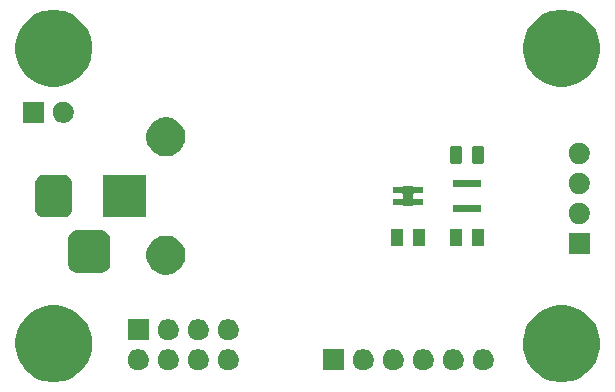
<source format=gbr>
G04 #@! TF.GenerationSoftware,KiCad,Pcbnew,(5.1.5-0-10_14)*
G04 #@! TF.CreationDate,2020-08-04T00:57:44-05:00*
G04 #@! TF.ProjectId,TempHumSensWithESP01,54656d70-4875-46d5-9365-6e7357697468,rev?*
G04 #@! TF.SameCoordinates,Original*
G04 #@! TF.FileFunction,Soldermask,Bot*
G04 #@! TF.FilePolarity,Negative*
%FSLAX46Y46*%
G04 Gerber Fmt 4.6, Leading zero omitted, Abs format (unit mm)*
G04 Created by KiCad (PCBNEW (5.1.5-0-10_14)) date 2020-08-04 00:57:44*
%MOMM*%
%LPD*%
G04 APERTURE LIST*
%ADD10C,0.100000*%
G04 APERTURE END LIST*
D10*
G36*
X173634239Y-81811467D02*
G01*
X173948282Y-81873934D01*
X174539926Y-82119001D01*
X174829523Y-82312504D01*
X175072391Y-82474783D01*
X175525217Y-82927609D01*
X175542600Y-82953625D01*
X175880999Y-83460074D01*
X176066843Y-83908742D01*
X176126066Y-84051719D01*
X176251000Y-84679803D01*
X176251000Y-85320197D01*
X176223390Y-85459000D01*
X176126066Y-85948282D01*
X175880999Y-86539926D01*
X175633265Y-86910685D01*
X175533595Y-87059853D01*
X175525216Y-87072392D01*
X175072392Y-87525216D01*
X174539926Y-87880999D01*
X173948282Y-88126066D01*
X173634239Y-88188533D01*
X173320197Y-88251000D01*
X172679803Y-88251000D01*
X172365761Y-88188533D01*
X172051718Y-88126066D01*
X171460074Y-87880999D01*
X170927608Y-87525216D01*
X170474784Y-87072392D01*
X170466406Y-87059853D01*
X170366735Y-86910685D01*
X170119001Y-86539926D01*
X169873934Y-85948282D01*
X169776610Y-85459000D01*
X169749000Y-85320197D01*
X169749000Y-84679803D01*
X169873934Y-84051719D01*
X169933157Y-83908742D01*
X170119001Y-83460074D01*
X170457400Y-82953625D01*
X170474783Y-82927609D01*
X170927609Y-82474783D01*
X171170477Y-82312504D01*
X171460074Y-82119001D01*
X172051718Y-81873934D01*
X172365761Y-81811467D01*
X172679803Y-81749000D01*
X173320197Y-81749000D01*
X173634239Y-81811467D01*
G37*
G36*
X130634239Y-81811467D02*
G01*
X130948282Y-81873934D01*
X131539926Y-82119001D01*
X131829523Y-82312504D01*
X132072391Y-82474783D01*
X132525217Y-82927609D01*
X132542600Y-82953625D01*
X132880999Y-83460074D01*
X133066843Y-83908742D01*
X133126066Y-84051719D01*
X133251000Y-84679803D01*
X133251000Y-85320197D01*
X133223390Y-85459000D01*
X133126066Y-85948282D01*
X132880999Y-86539926D01*
X132633265Y-86910685D01*
X132533595Y-87059853D01*
X132525216Y-87072392D01*
X132072392Y-87525216D01*
X131539926Y-87880999D01*
X130948282Y-88126066D01*
X130634239Y-88188533D01*
X130320197Y-88251000D01*
X129679803Y-88251000D01*
X129365761Y-88188533D01*
X129051718Y-88126066D01*
X128460074Y-87880999D01*
X127927608Y-87525216D01*
X127474784Y-87072392D01*
X127466406Y-87059853D01*
X127366735Y-86910685D01*
X127119001Y-86539926D01*
X126873934Y-85948282D01*
X126776610Y-85459000D01*
X126749000Y-85320197D01*
X126749000Y-84679803D01*
X126873934Y-84051719D01*
X126933157Y-83908742D01*
X127119001Y-83460074D01*
X127457400Y-82953625D01*
X127474783Y-82927609D01*
X127927609Y-82474783D01*
X128170477Y-82312504D01*
X128460074Y-82119001D01*
X129051718Y-81873934D01*
X129365761Y-81811467D01*
X129679803Y-81749000D01*
X130320197Y-81749000D01*
X130634239Y-81811467D01*
G37*
G36*
X161403512Y-85463927D02*
G01*
X161552812Y-85493624D01*
X161716784Y-85561544D01*
X161864354Y-85660147D01*
X161989853Y-85785646D01*
X162088456Y-85933216D01*
X162156376Y-86097188D01*
X162185987Y-86246056D01*
X162189435Y-86263388D01*
X162191000Y-86271259D01*
X162191000Y-86448741D01*
X162156376Y-86622812D01*
X162088456Y-86786784D01*
X161989853Y-86934354D01*
X161864354Y-87059853D01*
X161716784Y-87158456D01*
X161552812Y-87226376D01*
X161403512Y-87256073D01*
X161378742Y-87261000D01*
X161201258Y-87261000D01*
X161176488Y-87256073D01*
X161027188Y-87226376D01*
X160863216Y-87158456D01*
X160715646Y-87059853D01*
X160590147Y-86934354D01*
X160491544Y-86786784D01*
X160423624Y-86622812D01*
X160389000Y-86448741D01*
X160389000Y-86271259D01*
X160390566Y-86263388D01*
X160394013Y-86246056D01*
X160423624Y-86097188D01*
X160491544Y-85933216D01*
X160590147Y-85785646D01*
X160715646Y-85660147D01*
X160863216Y-85561544D01*
X161027188Y-85493624D01*
X161176488Y-85463927D01*
X161201258Y-85459000D01*
X161378742Y-85459000D01*
X161403512Y-85463927D01*
G37*
G36*
X158863512Y-85463927D02*
G01*
X159012812Y-85493624D01*
X159176784Y-85561544D01*
X159324354Y-85660147D01*
X159449853Y-85785646D01*
X159548456Y-85933216D01*
X159616376Y-86097188D01*
X159645987Y-86246056D01*
X159649435Y-86263388D01*
X159651000Y-86271259D01*
X159651000Y-86448741D01*
X159616376Y-86622812D01*
X159548456Y-86786784D01*
X159449853Y-86934354D01*
X159324354Y-87059853D01*
X159176784Y-87158456D01*
X159012812Y-87226376D01*
X158863512Y-87256073D01*
X158838742Y-87261000D01*
X158661258Y-87261000D01*
X158636488Y-87256073D01*
X158487188Y-87226376D01*
X158323216Y-87158456D01*
X158175646Y-87059853D01*
X158050147Y-86934354D01*
X157951544Y-86786784D01*
X157883624Y-86622812D01*
X157849000Y-86448741D01*
X157849000Y-86271259D01*
X157850566Y-86263388D01*
X157854013Y-86246056D01*
X157883624Y-86097188D01*
X157951544Y-85933216D01*
X158050147Y-85785646D01*
X158175646Y-85660147D01*
X158323216Y-85561544D01*
X158487188Y-85493624D01*
X158636488Y-85463927D01*
X158661258Y-85459000D01*
X158838742Y-85459000D01*
X158863512Y-85463927D01*
G37*
G36*
X156323512Y-85463927D02*
G01*
X156472812Y-85493624D01*
X156636784Y-85561544D01*
X156784354Y-85660147D01*
X156909853Y-85785646D01*
X157008456Y-85933216D01*
X157076376Y-86097188D01*
X157105987Y-86246056D01*
X157109435Y-86263388D01*
X157111000Y-86271259D01*
X157111000Y-86448741D01*
X157076376Y-86622812D01*
X157008456Y-86786784D01*
X156909853Y-86934354D01*
X156784354Y-87059853D01*
X156636784Y-87158456D01*
X156472812Y-87226376D01*
X156323512Y-87256073D01*
X156298742Y-87261000D01*
X156121258Y-87261000D01*
X156096488Y-87256073D01*
X155947188Y-87226376D01*
X155783216Y-87158456D01*
X155635646Y-87059853D01*
X155510147Y-86934354D01*
X155411544Y-86786784D01*
X155343624Y-86622812D01*
X155309000Y-86448741D01*
X155309000Y-86271259D01*
X155310566Y-86263388D01*
X155314013Y-86246056D01*
X155343624Y-86097188D01*
X155411544Y-85933216D01*
X155510147Y-85785646D01*
X155635646Y-85660147D01*
X155783216Y-85561544D01*
X155947188Y-85493624D01*
X156096488Y-85463927D01*
X156121258Y-85459000D01*
X156298742Y-85459000D01*
X156323512Y-85463927D01*
G37*
G36*
X154571000Y-87261000D02*
G01*
X152769000Y-87261000D01*
X152769000Y-85459000D01*
X154571000Y-85459000D01*
X154571000Y-87261000D01*
G37*
G36*
X144893512Y-85463927D02*
G01*
X145042812Y-85493624D01*
X145206784Y-85561544D01*
X145354354Y-85660147D01*
X145479853Y-85785646D01*
X145578456Y-85933216D01*
X145646376Y-86097188D01*
X145675987Y-86246056D01*
X145679435Y-86263388D01*
X145681000Y-86271259D01*
X145681000Y-86448741D01*
X145646376Y-86622812D01*
X145578456Y-86786784D01*
X145479853Y-86934354D01*
X145354354Y-87059853D01*
X145206784Y-87158456D01*
X145042812Y-87226376D01*
X144893512Y-87256073D01*
X144868742Y-87261000D01*
X144691258Y-87261000D01*
X144666488Y-87256073D01*
X144517188Y-87226376D01*
X144353216Y-87158456D01*
X144205646Y-87059853D01*
X144080147Y-86934354D01*
X143981544Y-86786784D01*
X143913624Y-86622812D01*
X143879000Y-86448741D01*
X143879000Y-86271259D01*
X143880566Y-86263388D01*
X143884013Y-86246056D01*
X143913624Y-86097188D01*
X143981544Y-85933216D01*
X144080147Y-85785646D01*
X144205646Y-85660147D01*
X144353216Y-85561544D01*
X144517188Y-85493624D01*
X144666488Y-85463927D01*
X144691258Y-85459000D01*
X144868742Y-85459000D01*
X144893512Y-85463927D01*
G37*
G36*
X142353512Y-85463927D02*
G01*
X142502812Y-85493624D01*
X142666784Y-85561544D01*
X142814354Y-85660147D01*
X142939853Y-85785646D01*
X143038456Y-85933216D01*
X143106376Y-86097188D01*
X143135987Y-86246056D01*
X143139435Y-86263388D01*
X143141000Y-86271259D01*
X143141000Y-86448741D01*
X143106376Y-86622812D01*
X143038456Y-86786784D01*
X142939853Y-86934354D01*
X142814354Y-87059853D01*
X142666784Y-87158456D01*
X142502812Y-87226376D01*
X142353512Y-87256073D01*
X142328742Y-87261000D01*
X142151258Y-87261000D01*
X142126488Y-87256073D01*
X141977188Y-87226376D01*
X141813216Y-87158456D01*
X141665646Y-87059853D01*
X141540147Y-86934354D01*
X141441544Y-86786784D01*
X141373624Y-86622812D01*
X141339000Y-86448741D01*
X141339000Y-86271259D01*
X141340566Y-86263388D01*
X141344013Y-86246056D01*
X141373624Y-86097188D01*
X141441544Y-85933216D01*
X141540147Y-85785646D01*
X141665646Y-85660147D01*
X141813216Y-85561544D01*
X141977188Y-85493624D01*
X142126488Y-85463927D01*
X142151258Y-85459000D01*
X142328742Y-85459000D01*
X142353512Y-85463927D01*
G37*
G36*
X139813512Y-85463927D02*
G01*
X139962812Y-85493624D01*
X140126784Y-85561544D01*
X140274354Y-85660147D01*
X140399853Y-85785646D01*
X140498456Y-85933216D01*
X140566376Y-86097188D01*
X140595987Y-86246056D01*
X140599435Y-86263388D01*
X140601000Y-86271259D01*
X140601000Y-86448741D01*
X140566376Y-86622812D01*
X140498456Y-86786784D01*
X140399853Y-86934354D01*
X140274354Y-87059853D01*
X140126784Y-87158456D01*
X139962812Y-87226376D01*
X139813512Y-87256073D01*
X139788742Y-87261000D01*
X139611258Y-87261000D01*
X139586488Y-87256073D01*
X139437188Y-87226376D01*
X139273216Y-87158456D01*
X139125646Y-87059853D01*
X139000147Y-86934354D01*
X138901544Y-86786784D01*
X138833624Y-86622812D01*
X138799000Y-86448741D01*
X138799000Y-86271259D01*
X138800566Y-86263388D01*
X138804013Y-86246056D01*
X138833624Y-86097188D01*
X138901544Y-85933216D01*
X139000147Y-85785646D01*
X139125646Y-85660147D01*
X139273216Y-85561544D01*
X139437188Y-85493624D01*
X139586488Y-85463927D01*
X139611258Y-85459000D01*
X139788742Y-85459000D01*
X139813512Y-85463927D01*
G37*
G36*
X137273512Y-85463927D02*
G01*
X137422812Y-85493624D01*
X137586784Y-85561544D01*
X137734354Y-85660147D01*
X137859853Y-85785646D01*
X137958456Y-85933216D01*
X138026376Y-86097188D01*
X138055987Y-86246056D01*
X138059435Y-86263388D01*
X138061000Y-86271259D01*
X138061000Y-86448741D01*
X138026376Y-86622812D01*
X137958456Y-86786784D01*
X137859853Y-86934354D01*
X137734354Y-87059853D01*
X137586784Y-87158456D01*
X137422812Y-87226376D01*
X137273512Y-87256073D01*
X137248742Y-87261000D01*
X137071258Y-87261000D01*
X137046488Y-87256073D01*
X136897188Y-87226376D01*
X136733216Y-87158456D01*
X136585646Y-87059853D01*
X136460147Y-86934354D01*
X136361544Y-86786784D01*
X136293624Y-86622812D01*
X136259000Y-86448741D01*
X136259000Y-86271259D01*
X136260566Y-86263388D01*
X136264013Y-86246056D01*
X136293624Y-86097188D01*
X136361544Y-85933216D01*
X136460147Y-85785646D01*
X136585646Y-85660147D01*
X136733216Y-85561544D01*
X136897188Y-85493624D01*
X137046488Y-85463927D01*
X137071258Y-85459000D01*
X137248742Y-85459000D01*
X137273512Y-85463927D01*
G37*
G36*
X166483512Y-85463927D02*
G01*
X166632812Y-85493624D01*
X166796784Y-85561544D01*
X166944354Y-85660147D01*
X167069853Y-85785646D01*
X167168456Y-85933216D01*
X167236376Y-86097188D01*
X167265987Y-86246056D01*
X167269435Y-86263388D01*
X167271000Y-86271259D01*
X167271000Y-86448741D01*
X167236376Y-86622812D01*
X167168456Y-86786784D01*
X167069853Y-86934354D01*
X166944354Y-87059853D01*
X166796784Y-87158456D01*
X166632812Y-87226376D01*
X166483512Y-87256073D01*
X166458742Y-87261000D01*
X166281258Y-87261000D01*
X166256488Y-87256073D01*
X166107188Y-87226376D01*
X165943216Y-87158456D01*
X165795646Y-87059853D01*
X165670147Y-86934354D01*
X165571544Y-86786784D01*
X165503624Y-86622812D01*
X165469000Y-86448741D01*
X165469000Y-86271259D01*
X165470566Y-86263388D01*
X165474013Y-86246056D01*
X165503624Y-86097188D01*
X165571544Y-85933216D01*
X165670147Y-85785646D01*
X165795646Y-85660147D01*
X165943216Y-85561544D01*
X166107188Y-85493624D01*
X166256488Y-85463927D01*
X166281258Y-85459000D01*
X166458742Y-85459000D01*
X166483512Y-85463927D01*
G37*
G36*
X163943512Y-85463927D02*
G01*
X164092812Y-85493624D01*
X164256784Y-85561544D01*
X164404354Y-85660147D01*
X164529853Y-85785646D01*
X164628456Y-85933216D01*
X164696376Y-86097188D01*
X164725987Y-86246056D01*
X164729435Y-86263388D01*
X164731000Y-86271259D01*
X164731000Y-86448741D01*
X164696376Y-86622812D01*
X164628456Y-86786784D01*
X164529853Y-86934354D01*
X164404354Y-87059853D01*
X164256784Y-87158456D01*
X164092812Y-87226376D01*
X163943512Y-87256073D01*
X163918742Y-87261000D01*
X163741258Y-87261000D01*
X163716488Y-87256073D01*
X163567188Y-87226376D01*
X163403216Y-87158456D01*
X163255646Y-87059853D01*
X163130147Y-86934354D01*
X163031544Y-86786784D01*
X162963624Y-86622812D01*
X162929000Y-86448741D01*
X162929000Y-86271259D01*
X162930566Y-86263388D01*
X162934013Y-86246056D01*
X162963624Y-86097188D01*
X163031544Y-85933216D01*
X163130147Y-85785646D01*
X163255646Y-85660147D01*
X163403216Y-85561544D01*
X163567188Y-85493624D01*
X163716488Y-85463927D01*
X163741258Y-85459000D01*
X163918742Y-85459000D01*
X163943512Y-85463927D01*
G37*
G36*
X144893512Y-82923927D02*
G01*
X145042812Y-82953624D01*
X145206784Y-83021544D01*
X145354354Y-83120147D01*
X145479853Y-83245646D01*
X145578456Y-83393216D01*
X145646376Y-83557188D01*
X145681000Y-83731259D01*
X145681000Y-83908741D01*
X145646376Y-84082812D01*
X145578456Y-84246784D01*
X145479853Y-84394354D01*
X145354354Y-84519853D01*
X145206784Y-84618456D01*
X145042812Y-84686376D01*
X144911454Y-84712504D01*
X144868742Y-84721000D01*
X144691258Y-84721000D01*
X144648546Y-84712504D01*
X144517188Y-84686376D01*
X144353216Y-84618456D01*
X144205646Y-84519853D01*
X144080147Y-84394354D01*
X143981544Y-84246784D01*
X143913624Y-84082812D01*
X143879000Y-83908741D01*
X143879000Y-83731259D01*
X143913624Y-83557188D01*
X143981544Y-83393216D01*
X144080147Y-83245646D01*
X144205646Y-83120147D01*
X144353216Y-83021544D01*
X144517188Y-82953624D01*
X144666488Y-82923927D01*
X144691258Y-82919000D01*
X144868742Y-82919000D01*
X144893512Y-82923927D01*
G37*
G36*
X142353512Y-82923927D02*
G01*
X142502812Y-82953624D01*
X142666784Y-83021544D01*
X142814354Y-83120147D01*
X142939853Y-83245646D01*
X143038456Y-83393216D01*
X143106376Y-83557188D01*
X143141000Y-83731259D01*
X143141000Y-83908741D01*
X143106376Y-84082812D01*
X143038456Y-84246784D01*
X142939853Y-84394354D01*
X142814354Y-84519853D01*
X142666784Y-84618456D01*
X142502812Y-84686376D01*
X142371454Y-84712504D01*
X142328742Y-84721000D01*
X142151258Y-84721000D01*
X142108546Y-84712504D01*
X141977188Y-84686376D01*
X141813216Y-84618456D01*
X141665646Y-84519853D01*
X141540147Y-84394354D01*
X141441544Y-84246784D01*
X141373624Y-84082812D01*
X141339000Y-83908741D01*
X141339000Y-83731259D01*
X141373624Y-83557188D01*
X141441544Y-83393216D01*
X141540147Y-83245646D01*
X141665646Y-83120147D01*
X141813216Y-83021544D01*
X141977188Y-82953624D01*
X142126488Y-82923927D01*
X142151258Y-82919000D01*
X142328742Y-82919000D01*
X142353512Y-82923927D01*
G37*
G36*
X139813512Y-82923927D02*
G01*
X139962812Y-82953624D01*
X140126784Y-83021544D01*
X140274354Y-83120147D01*
X140399853Y-83245646D01*
X140498456Y-83393216D01*
X140566376Y-83557188D01*
X140601000Y-83731259D01*
X140601000Y-83908741D01*
X140566376Y-84082812D01*
X140498456Y-84246784D01*
X140399853Y-84394354D01*
X140274354Y-84519853D01*
X140126784Y-84618456D01*
X139962812Y-84686376D01*
X139831454Y-84712504D01*
X139788742Y-84721000D01*
X139611258Y-84721000D01*
X139568546Y-84712504D01*
X139437188Y-84686376D01*
X139273216Y-84618456D01*
X139125646Y-84519853D01*
X139000147Y-84394354D01*
X138901544Y-84246784D01*
X138833624Y-84082812D01*
X138799000Y-83908741D01*
X138799000Y-83731259D01*
X138833624Y-83557188D01*
X138901544Y-83393216D01*
X139000147Y-83245646D01*
X139125646Y-83120147D01*
X139273216Y-83021544D01*
X139437188Y-82953624D01*
X139586488Y-82923927D01*
X139611258Y-82919000D01*
X139788742Y-82919000D01*
X139813512Y-82923927D01*
G37*
G36*
X138061000Y-84721000D02*
G01*
X136259000Y-84721000D01*
X136259000Y-82919000D01*
X138061000Y-82919000D01*
X138061000Y-84721000D01*
G37*
G36*
X139875256Y-75891298D02*
G01*
X139981579Y-75912447D01*
X140282042Y-76036903D01*
X140552451Y-76217585D01*
X140782415Y-76447549D01*
X140963097Y-76717958D01*
X140963098Y-76717960D01*
X140999550Y-76805963D01*
X141087553Y-77018421D01*
X141151000Y-77337391D01*
X141151000Y-77662609D01*
X141087553Y-77981579D01*
X140963097Y-78282042D01*
X140782415Y-78552451D01*
X140552451Y-78782415D01*
X140282042Y-78963097D01*
X140282041Y-78963098D01*
X140282040Y-78963098D01*
X140194037Y-78999550D01*
X139981579Y-79087553D01*
X139875256Y-79108702D01*
X139662611Y-79151000D01*
X139337389Y-79151000D01*
X139124744Y-79108702D01*
X139018421Y-79087553D01*
X138805963Y-78999550D01*
X138717960Y-78963098D01*
X138717959Y-78963098D01*
X138717958Y-78963097D01*
X138447549Y-78782415D01*
X138217585Y-78552451D01*
X138036903Y-78282042D01*
X137912447Y-77981579D01*
X137849000Y-77662609D01*
X137849000Y-77337391D01*
X137912447Y-77018421D01*
X138000450Y-76805963D01*
X138036902Y-76717960D01*
X138036903Y-76717958D01*
X138217585Y-76447549D01*
X138447549Y-76217585D01*
X138717958Y-76036903D01*
X139018421Y-75912447D01*
X139124744Y-75891298D01*
X139337389Y-75849000D01*
X139662611Y-75849000D01*
X139875256Y-75891298D01*
G37*
G36*
X134126366Y-75415695D02*
G01*
X134283460Y-75463349D01*
X134428231Y-75540731D01*
X134555128Y-75644872D01*
X134659269Y-75771769D01*
X134736651Y-75916540D01*
X134784305Y-76073634D01*
X134801000Y-76243140D01*
X134801000Y-78156860D01*
X134784305Y-78326366D01*
X134736651Y-78483460D01*
X134659269Y-78628231D01*
X134555128Y-78755128D01*
X134428231Y-78859269D01*
X134283460Y-78936651D01*
X134126366Y-78984305D01*
X133956860Y-79001000D01*
X132043140Y-79001000D01*
X131873634Y-78984305D01*
X131716540Y-78936651D01*
X131571769Y-78859269D01*
X131444872Y-78755128D01*
X131340731Y-78628231D01*
X131263349Y-78483460D01*
X131215695Y-78326366D01*
X131199000Y-78156860D01*
X131199000Y-76243140D01*
X131215695Y-76073634D01*
X131263349Y-75916540D01*
X131340731Y-75771769D01*
X131444872Y-75644872D01*
X131571769Y-75540731D01*
X131716540Y-75463349D01*
X131873634Y-75415695D01*
X132043140Y-75399000D01*
X133956860Y-75399000D01*
X134126366Y-75415695D01*
G37*
G36*
X175401000Y-77401000D02*
G01*
X173599000Y-77401000D01*
X173599000Y-75599000D01*
X175401000Y-75599000D01*
X175401000Y-77401000D01*
G37*
G36*
X161309468Y-75253565D02*
G01*
X161348138Y-75265296D01*
X161383777Y-75284346D01*
X161415017Y-75309983D01*
X161440654Y-75341223D01*
X161459704Y-75376862D01*
X161471435Y-75415532D01*
X161476000Y-75461888D01*
X161476000Y-76538112D01*
X161471435Y-76584468D01*
X161459704Y-76623138D01*
X161440654Y-76658777D01*
X161415017Y-76690017D01*
X161383777Y-76715654D01*
X161348138Y-76734704D01*
X161309468Y-76746435D01*
X161263112Y-76751000D01*
X160611888Y-76751000D01*
X160565532Y-76746435D01*
X160526862Y-76734704D01*
X160491223Y-76715654D01*
X160459983Y-76690017D01*
X160434346Y-76658777D01*
X160415296Y-76623138D01*
X160403565Y-76584468D01*
X160399000Y-76538112D01*
X160399000Y-75461888D01*
X160403565Y-75415532D01*
X160415296Y-75376862D01*
X160434346Y-75341223D01*
X160459983Y-75309983D01*
X160491223Y-75284346D01*
X160526862Y-75265296D01*
X160565532Y-75253565D01*
X160611888Y-75249000D01*
X161263112Y-75249000D01*
X161309468Y-75253565D01*
G37*
G36*
X164434468Y-75253565D02*
G01*
X164473138Y-75265296D01*
X164508777Y-75284346D01*
X164540017Y-75309983D01*
X164565654Y-75341223D01*
X164584704Y-75376862D01*
X164596435Y-75415532D01*
X164601000Y-75461888D01*
X164601000Y-76538112D01*
X164596435Y-76584468D01*
X164584704Y-76623138D01*
X164565654Y-76658777D01*
X164540017Y-76690017D01*
X164508777Y-76715654D01*
X164473138Y-76734704D01*
X164434468Y-76746435D01*
X164388112Y-76751000D01*
X163736888Y-76751000D01*
X163690532Y-76746435D01*
X163651862Y-76734704D01*
X163616223Y-76715654D01*
X163584983Y-76690017D01*
X163559346Y-76658777D01*
X163540296Y-76623138D01*
X163528565Y-76584468D01*
X163524000Y-76538112D01*
X163524000Y-75461888D01*
X163528565Y-75415532D01*
X163540296Y-75376862D01*
X163559346Y-75341223D01*
X163584983Y-75309983D01*
X163616223Y-75284346D01*
X163651862Y-75265296D01*
X163690532Y-75253565D01*
X163736888Y-75249000D01*
X164388112Y-75249000D01*
X164434468Y-75253565D01*
G37*
G36*
X166309468Y-75253565D02*
G01*
X166348138Y-75265296D01*
X166383777Y-75284346D01*
X166415017Y-75309983D01*
X166440654Y-75341223D01*
X166459704Y-75376862D01*
X166471435Y-75415532D01*
X166476000Y-75461888D01*
X166476000Y-76538112D01*
X166471435Y-76584468D01*
X166459704Y-76623138D01*
X166440654Y-76658777D01*
X166415017Y-76690017D01*
X166383777Y-76715654D01*
X166348138Y-76734704D01*
X166309468Y-76746435D01*
X166263112Y-76751000D01*
X165611888Y-76751000D01*
X165565532Y-76746435D01*
X165526862Y-76734704D01*
X165491223Y-76715654D01*
X165459983Y-76690017D01*
X165434346Y-76658777D01*
X165415296Y-76623138D01*
X165403565Y-76584468D01*
X165399000Y-76538112D01*
X165399000Y-75461888D01*
X165403565Y-75415532D01*
X165415296Y-75376862D01*
X165434346Y-75341223D01*
X165459983Y-75309983D01*
X165491223Y-75284346D01*
X165526862Y-75265296D01*
X165565532Y-75253565D01*
X165611888Y-75249000D01*
X166263112Y-75249000D01*
X166309468Y-75253565D01*
G37*
G36*
X159434468Y-75253565D02*
G01*
X159473138Y-75265296D01*
X159508777Y-75284346D01*
X159540017Y-75309983D01*
X159565654Y-75341223D01*
X159584704Y-75376862D01*
X159596435Y-75415532D01*
X159601000Y-75461888D01*
X159601000Y-76538112D01*
X159596435Y-76584468D01*
X159584704Y-76623138D01*
X159565654Y-76658777D01*
X159540017Y-76690017D01*
X159508777Y-76715654D01*
X159473138Y-76734704D01*
X159434468Y-76746435D01*
X159388112Y-76751000D01*
X158736888Y-76751000D01*
X158690532Y-76746435D01*
X158651862Y-76734704D01*
X158616223Y-76715654D01*
X158584983Y-76690017D01*
X158559346Y-76658777D01*
X158540296Y-76623138D01*
X158528565Y-76584468D01*
X158524000Y-76538112D01*
X158524000Y-75461888D01*
X158528565Y-75415532D01*
X158540296Y-75376862D01*
X158559346Y-75341223D01*
X158584983Y-75309983D01*
X158616223Y-75284346D01*
X158651862Y-75265296D01*
X158690532Y-75253565D01*
X158736888Y-75249000D01*
X159388112Y-75249000D01*
X159434468Y-75253565D01*
G37*
G36*
X174613512Y-73063927D02*
G01*
X174762812Y-73093624D01*
X174926784Y-73161544D01*
X175074354Y-73260147D01*
X175199853Y-73385646D01*
X175298456Y-73533216D01*
X175366376Y-73697188D01*
X175401000Y-73871259D01*
X175401000Y-74048741D01*
X175366376Y-74222812D01*
X175298456Y-74386784D01*
X175199853Y-74534354D01*
X175074354Y-74659853D01*
X174926784Y-74758456D01*
X174762812Y-74826376D01*
X174613512Y-74856073D01*
X174588742Y-74861000D01*
X174411258Y-74861000D01*
X174386488Y-74856073D01*
X174237188Y-74826376D01*
X174073216Y-74758456D01*
X173925646Y-74659853D01*
X173800147Y-74534354D01*
X173701544Y-74386784D01*
X173633624Y-74222812D01*
X173599000Y-74048741D01*
X173599000Y-73871259D01*
X173633624Y-73697188D01*
X173701544Y-73533216D01*
X173800147Y-73385646D01*
X173925646Y-73260147D01*
X174073216Y-73161544D01*
X174237188Y-73093624D01*
X174386488Y-73063927D01*
X174411258Y-73059000D01*
X174588742Y-73059000D01*
X174613512Y-73063927D01*
G37*
G36*
X137801000Y-74301000D02*
G01*
X134199000Y-74301000D01*
X134199000Y-70699000D01*
X137801000Y-70699000D01*
X137801000Y-74301000D01*
G37*
G36*
X130976979Y-70713293D02*
G01*
X131110625Y-70753834D01*
X131233784Y-70819664D01*
X131341740Y-70908260D01*
X131430336Y-71016216D01*
X131496166Y-71139375D01*
X131536707Y-71273021D01*
X131551000Y-71418140D01*
X131551000Y-73581860D01*
X131536707Y-73726979D01*
X131496166Y-73860625D01*
X131430336Y-73983784D01*
X131341740Y-74091740D01*
X131233784Y-74180336D01*
X131110625Y-74246166D01*
X130976979Y-74286707D01*
X130831860Y-74301000D01*
X129168140Y-74301000D01*
X129023021Y-74286707D01*
X128889375Y-74246166D01*
X128766216Y-74180336D01*
X128658260Y-74091740D01*
X128569664Y-73983784D01*
X128503834Y-73860625D01*
X128463293Y-73726979D01*
X128449000Y-73581860D01*
X128449000Y-71418140D01*
X128463293Y-71273021D01*
X128503834Y-71139375D01*
X128569664Y-71016216D01*
X128658260Y-70908260D01*
X128766216Y-70819664D01*
X128889375Y-70753834D01*
X129023021Y-70713293D01*
X129168140Y-70699000D01*
X130831860Y-70699000D01*
X130976979Y-70713293D01*
G37*
G36*
X166201000Y-73826000D02*
G01*
X163799000Y-73826000D01*
X163799000Y-73224000D01*
X166201000Y-73224000D01*
X166201000Y-73826000D01*
G37*
G36*
X160401000Y-71649001D02*
G01*
X160403402Y-71673387D01*
X160410515Y-71696836D01*
X160422066Y-71718447D01*
X160437611Y-71737389D01*
X160456553Y-71752934D01*
X160478164Y-71764485D01*
X160501613Y-71771598D01*
X160525999Y-71774000D01*
X161301000Y-71774000D01*
X161301000Y-72276000D01*
X160525999Y-72276000D01*
X160501613Y-72278402D01*
X160478164Y-72285515D01*
X160456553Y-72297066D01*
X160437611Y-72312611D01*
X160422066Y-72331553D01*
X160410515Y-72353164D01*
X160403402Y-72376613D01*
X160401000Y-72400999D01*
X160401000Y-72599001D01*
X160403402Y-72623387D01*
X160410515Y-72646836D01*
X160422066Y-72668447D01*
X160437611Y-72687389D01*
X160456553Y-72702934D01*
X160478164Y-72714485D01*
X160501613Y-72721598D01*
X160525999Y-72724000D01*
X161301000Y-72724000D01*
X161301000Y-73226000D01*
X160525999Y-73226000D01*
X160501613Y-73228402D01*
X160478164Y-73235515D01*
X160456553Y-73247066D01*
X160437611Y-73262611D01*
X160422066Y-73281553D01*
X160410515Y-73303164D01*
X160403402Y-73326613D01*
X160401000Y-73350999D01*
X160401000Y-73351000D01*
X159599000Y-73351000D01*
X159599000Y-73350999D01*
X159596598Y-73326613D01*
X159589485Y-73303164D01*
X159577934Y-73281553D01*
X159562389Y-73262611D01*
X159543447Y-73247066D01*
X159521836Y-73235515D01*
X159498387Y-73228402D01*
X159474001Y-73226000D01*
X158699000Y-73226000D01*
X158699000Y-72724000D01*
X159474001Y-72724000D01*
X159498387Y-72721598D01*
X159521836Y-72714485D01*
X159543447Y-72702934D01*
X159562389Y-72687389D01*
X159577934Y-72668447D01*
X159589485Y-72646836D01*
X159596598Y-72623387D01*
X159599000Y-72599001D01*
X159599000Y-72400999D01*
X159596598Y-72376613D01*
X159589485Y-72353164D01*
X159577934Y-72331553D01*
X159562389Y-72312611D01*
X159543447Y-72297066D01*
X159521836Y-72285515D01*
X159498387Y-72278402D01*
X159474001Y-72276000D01*
X158699000Y-72276000D01*
X158699000Y-71774000D01*
X159474001Y-71774000D01*
X159498387Y-71771598D01*
X159521836Y-71764485D01*
X159543447Y-71752934D01*
X159562389Y-71737389D01*
X159577934Y-71718447D01*
X159589485Y-71696836D01*
X159596598Y-71673387D01*
X159599000Y-71649001D01*
X159599000Y-71649000D01*
X160401000Y-71649000D01*
X160401000Y-71649001D01*
G37*
G36*
X174613512Y-70523927D02*
G01*
X174762812Y-70553624D01*
X174926784Y-70621544D01*
X175074354Y-70720147D01*
X175199853Y-70845646D01*
X175298456Y-70993216D01*
X175366376Y-71157188D01*
X175389416Y-71273021D01*
X175399399Y-71323207D01*
X175401000Y-71331259D01*
X175401000Y-71508741D01*
X175366376Y-71682812D01*
X175298456Y-71846784D01*
X175199853Y-71994354D01*
X175074354Y-72119853D01*
X174926784Y-72218456D01*
X174762812Y-72286376D01*
X174630916Y-72312611D01*
X174588742Y-72321000D01*
X174411258Y-72321000D01*
X174369084Y-72312611D01*
X174237188Y-72286376D01*
X174073216Y-72218456D01*
X173925646Y-72119853D01*
X173800147Y-71994354D01*
X173701544Y-71846784D01*
X173633624Y-71682812D01*
X173599000Y-71508741D01*
X173599000Y-71331259D01*
X173600602Y-71323207D01*
X173610584Y-71273021D01*
X173633624Y-71157188D01*
X173701544Y-70993216D01*
X173800147Y-70845646D01*
X173925646Y-70720147D01*
X174073216Y-70621544D01*
X174237188Y-70553624D01*
X174386488Y-70523927D01*
X174411258Y-70519000D01*
X174588742Y-70519000D01*
X174613512Y-70523927D01*
G37*
G36*
X166201000Y-71776000D02*
G01*
X163799000Y-71776000D01*
X163799000Y-71174000D01*
X166201000Y-71174000D01*
X166201000Y-71776000D01*
G37*
G36*
X174601702Y-67981578D02*
G01*
X174762812Y-68013624D01*
X174926784Y-68081544D01*
X175074354Y-68180147D01*
X175199853Y-68305646D01*
X175298456Y-68453216D01*
X175366376Y-68617188D01*
X175401000Y-68791259D01*
X175401000Y-68968741D01*
X175366376Y-69142812D01*
X175298456Y-69306784D01*
X175199853Y-69454354D01*
X175074354Y-69579853D01*
X174926784Y-69678456D01*
X174762812Y-69746376D01*
X174613512Y-69776073D01*
X174588742Y-69781000D01*
X174411258Y-69781000D01*
X174386488Y-69776073D01*
X174237188Y-69746376D01*
X174073216Y-69678456D01*
X173925646Y-69579853D01*
X173800147Y-69454354D01*
X173701544Y-69306784D01*
X173633624Y-69142812D01*
X173599000Y-68968741D01*
X173599000Y-68791259D01*
X173633624Y-68617188D01*
X173701544Y-68453216D01*
X173800147Y-68305646D01*
X173925646Y-68180147D01*
X174073216Y-68081544D01*
X174237188Y-68013624D01*
X174398298Y-67981578D01*
X174411258Y-67979000D01*
X174588742Y-67979000D01*
X174601702Y-67981578D01*
G37*
G36*
X166309468Y-68253565D02*
G01*
X166348138Y-68265296D01*
X166383777Y-68284346D01*
X166415017Y-68309983D01*
X166440654Y-68341223D01*
X166459704Y-68376862D01*
X166471435Y-68415532D01*
X166476000Y-68461888D01*
X166476000Y-69538112D01*
X166471435Y-69584468D01*
X166459704Y-69623138D01*
X166440654Y-69658777D01*
X166415017Y-69690017D01*
X166383777Y-69715654D01*
X166348138Y-69734704D01*
X166309468Y-69746435D01*
X166263112Y-69751000D01*
X165611888Y-69751000D01*
X165565532Y-69746435D01*
X165526862Y-69734704D01*
X165491223Y-69715654D01*
X165459983Y-69690017D01*
X165434346Y-69658777D01*
X165415296Y-69623138D01*
X165403565Y-69584468D01*
X165399000Y-69538112D01*
X165399000Y-68461888D01*
X165403565Y-68415532D01*
X165415296Y-68376862D01*
X165434346Y-68341223D01*
X165459983Y-68309983D01*
X165491223Y-68284346D01*
X165526862Y-68265296D01*
X165565532Y-68253565D01*
X165611888Y-68249000D01*
X166263112Y-68249000D01*
X166309468Y-68253565D01*
G37*
G36*
X164434468Y-68253565D02*
G01*
X164473138Y-68265296D01*
X164508777Y-68284346D01*
X164540017Y-68309983D01*
X164565654Y-68341223D01*
X164584704Y-68376862D01*
X164596435Y-68415532D01*
X164601000Y-68461888D01*
X164601000Y-69538112D01*
X164596435Y-69584468D01*
X164584704Y-69623138D01*
X164565654Y-69658777D01*
X164540017Y-69690017D01*
X164508777Y-69715654D01*
X164473138Y-69734704D01*
X164434468Y-69746435D01*
X164388112Y-69751000D01*
X163736888Y-69751000D01*
X163690532Y-69746435D01*
X163651862Y-69734704D01*
X163616223Y-69715654D01*
X163584983Y-69690017D01*
X163559346Y-69658777D01*
X163540296Y-69623138D01*
X163528565Y-69584468D01*
X163524000Y-69538112D01*
X163524000Y-68461888D01*
X163528565Y-68415532D01*
X163540296Y-68376862D01*
X163559346Y-68341223D01*
X163584983Y-68309983D01*
X163616223Y-68284346D01*
X163651862Y-68265296D01*
X163690532Y-68253565D01*
X163736888Y-68249000D01*
X164388112Y-68249000D01*
X164434468Y-68253565D01*
G37*
G36*
X139875256Y-65891298D02*
G01*
X139981579Y-65912447D01*
X140282042Y-66036903D01*
X140552451Y-66217585D01*
X140782415Y-66447549D01*
X140963097Y-66717958D01*
X141087553Y-67018421D01*
X141151000Y-67337391D01*
X141151000Y-67662609D01*
X141087553Y-67981579D01*
X141074279Y-68013625D01*
X140970034Y-68265296D01*
X140963097Y-68282042D01*
X140782415Y-68552451D01*
X140552451Y-68782415D01*
X140282042Y-68963097D01*
X140282041Y-68963098D01*
X140282040Y-68963098D01*
X140268414Y-68968742D01*
X139981579Y-69087553D01*
X139875256Y-69108702D01*
X139662611Y-69151000D01*
X139337389Y-69151000D01*
X139124744Y-69108702D01*
X139018421Y-69087553D01*
X138731586Y-68968742D01*
X138717960Y-68963098D01*
X138717959Y-68963098D01*
X138717958Y-68963097D01*
X138447549Y-68782415D01*
X138217585Y-68552451D01*
X138036903Y-68282042D01*
X138029967Y-68265296D01*
X137925721Y-68013625D01*
X137912447Y-67981579D01*
X137849000Y-67662609D01*
X137849000Y-67337391D01*
X137912447Y-67018421D01*
X138036903Y-66717958D01*
X138217585Y-66447549D01*
X138447549Y-66217585D01*
X138717958Y-66036903D01*
X139018421Y-65912447D01*
X139124744Y-65891298D01*
X139337389Y-65849000D01*
X139662611Y-65849000D01*
X139875256Y-65891298D01*
G37*
G36*
X129171000Y-66306000D02*
G01*
X127369000Y-66306000D01*
X127369000Y-64504000D01*
X129171000Y-64504000D01*
X129171000Y-66306000D01*
G37*
G36*
X130923512Y-64508927D02*
G01*
X131072812Y-64538624D01*
X131236784Y-64606544D01*
X131384354Y-64705147D01*
X131509853Y-64830646D01*
X131608456Y-64978216D01*
X131676376Y-65142188D01*
X131711000Y-65316259D01*
X131711000Y-65493741D01*
X131676376Y-65667812D01*
X131608456Y-65831784D01*
X131509853Y-65979354D01*
X131384354Y-66104853D01*
X131236784Y-66203456D01*
X131072812Y-66271376D01*
X130923512Y-66301073D01*
X130898742Y-66306000D01*
X130721258Y-66306000D01*
X130696488Y-66301073D01*
X130547188Y-66271376D01*
X130383216Y-66203456D01*
X130235646Y-66104853D01*
X130110147Y-65979354D01*
X130011544Y-65831784D01*
X129943624Y-65667812D01*
X129909000Y-65493741D01*
X129909000Y-65316259D01*
X129943624Y-65142188D01*
X130011544Y-64978216D01*
X130110147Y-64830646D01*
X130235646Y-64705147D01*
X130383216Y-64606544D01*
X130547188Y-64538624D01*
X130696488Y-64508927D01*
X130721258Y-64504000D01*
X130898742Y-64504000D01*
X130923512Y-64508927D01*
G37*
G36*
X173634239Y-56811467D02*
G01*
X173948282Y-56873934D01*
X174539926Y-57119001D01*
X175072392Y-57474784D01*
X175525216Y-57927608D01*
X175880999Y-58460074D01*
X176126066Y-59051718D01*
X176126066Y-59051719D01*
X176251000Y-59679803D01*
X176251000Y-60320197D01*
X176188533Y-60634239D01*
X176126066Y-60948282D01*
X175880999Y-61539926D01*
X175525216Y-62072392D01*
X175072392Y-62525216D01*
X174539926Y-62880999D01*
X173948282Y-63126066D01*
X173634239Y-63188533D01*
X173320197Y-63251000D01*
X172679803Y-63251000D01*
X172365761Y-63188533D01*
X172051718Y-63126066D01*
X171460074Y-62880999D01*
X170927608Y-62525216D01*
X170474784Y-62072392D01*
X170119001Y-61539926D01*
X169873934Y-60948282D01*
X169811467Y-60634239D01*
X169749000Y-60320197D01*
X169749000Y-59679803D01*
X169873934Y-59051719D01*
X169873934Y-59051718D01*
X170119001Y-58460074D01*
X170474784Y-57927608D01*
X170927608Y-57474784D01*
X171460074Y-57119001D01*
X172051718Y-56873934D01*
X172365761Y-56811467D01*
X172679803Y-56749000D01*
X173320197Y-56749000D01*
X173634239Y-56811467D01*
G37*
G36*
X130634239Y-56811467D02*
G01*
X130948282Y-56873934D01*
X131539926Y-57119001D01*
X132072392Y-57474784D01*
X132525216Y-57927608D01*
X132880999Y-58460074D01*
X133126066Y-59051718D01*
X133126066Y-59051719D01*
X133251000Y-59679803D01*
X133251000Y-60320197D01*
X133188533Y-60634239D01*
X133126066Y-60948282D01*
X132880999Y-61539926D01*
X132525216Y-62072392D01*
X132072392Y-62525216D01*
X131539926Y-62880999D01*
X130948282Y-63126066D01*
X130634239Y-63188533D01*
X130320197Y-63251000D01*
X129679803Y-63251000D01*
X129365761Y-63188533D01*
X129051718Y-63126066D01*
X128460074Y-62880999D01*
X127927608Y-62525216D01*
X127474784Y-62072392D01*
X127119001Y-61539926D01*
X126873934Y-60948282D01*
X126811467Y-60634239D01*
X126749000Y-60320197D01*
X126749000Y-59679803D01*
X126873934Y-59051719D01*
X126873934Y-59051718D01*
X127119001Y-58460074D01*
X127474784Y-57927608D01*
X127927608Y-57474784D01*
X128460074Y-57119001D01*
X129051718Y-56873934D01*
X129365761Y-56811467D01*
X129679803Y-56749000D01*
X130320197Y-56749000D01*
X130634239Y-56811467D01*
G37*
M02*

</source>
